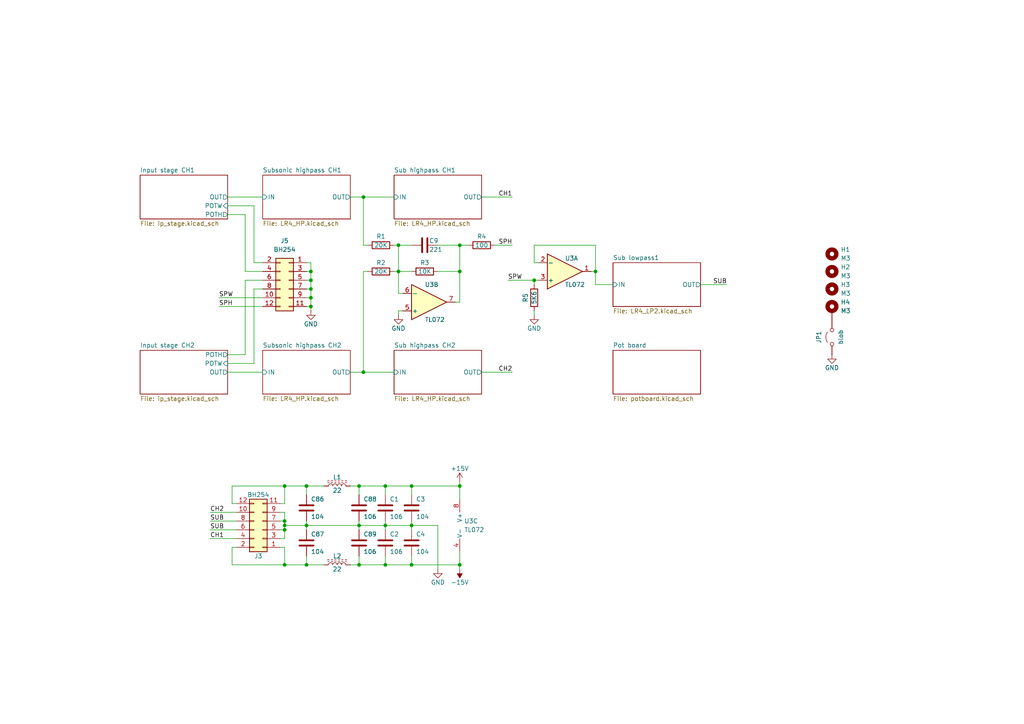
<source format=kicad_sch>
(kicad_sch (version 20231120) (generator "eeschema") (generator_version "8.0")
  (paper "A4")
  (title_block (title "Electronic crossover for 2.1 audio systems") (company "Haos Redro") (comment 1 "Released under CERN OHL 2.0-S") (comment 2 "Copyright Taiyo Rawle 2025") (comment 3 "Haos Redro PN: 0000.011D"))
  (lib_symbols
    (symbol "Amplifier_Operational:TL072" (pin_names (offset 0.127))
      (property "Reference" "U" (at 0 5.08 0))
      (property "Value" "TL072" (at 0 -5.08 0))
      (symbol "TL072_1_1"
        (polyline (pts (xy -5.08 5.08) (xy 5.08 0) (xy -5.08 -5.08) (xy -5.08 5.08)) (stroke (width 0.254)) (fill (type background)))
        (pin output line (at 7.62 0 180) (length 2.54) (name "~") (number "1"))
        (pin input line (at -7.62 -2.54 0) (length 2.54) (name "-") (number "2"))
        (pin input line (at -7.62 2.54 0) (length 2.54) (name "+") (number "3"))
      )
      (symbol "TL072_2_1"
        (polyline (pts (xy -5.08 5.08) (xy 5.08 0) (xy -5.08 -5.08) (xy -5.08 5.08)) (stroke (width 0.254)) (fill (type background)))
        (pin input line (at -7.62 2.54 0) (length 2.54) (name "+") (number "5"))
        (pin input line (at -7.62 -2.54 0) (length 2.54) (name "-") (number "6"))
        (pin output line (at 7.62 0 180) (length 2.54) (name "~") (number "7"))
      )
      (symbol "TL072_3_1"
        (pin power_in line (at -2.54 -7.62 90) (length 3.81) (name "V-") (number "4"))
        (pin power_in line (at -2.54 7.62 270) (length 3.81) (name "V+") (number "8"))
      )
    )
    (symbol "Connector_Generic:Conn_02x06_Odd_Even" (pin_names (offset 1.016) hide)
      (property "Reference" "J" (at 1.27 7.62 0))
      (property "Value" "Conn_02x06_Odd_Even" (at 1.27 -10.16 0))
      (symbol "Conn_02x06_Odd_Even_1_1"
        (rectangle (start -1.27 -7.493) (end 0 -7.747) (stroke (width 0.1524)))
        (rectangle (start -1.27 -4.953) (end 0 -5.207) (stroke (width 0.1524)))
        (rectangle (start -1.27 -2.413) (end 0 -2.667) (stroke (width 0.1524)))
        (rectangle (start -1.27 0.127) (end 0 -0.127) (stroke (width 0.1524)))
        (rectangle (start -1.27 2.667) (end 0 2.413) (stroke (width 0.1524)))
        (rectangle (start -1.27 5.207) (end 0 4.953) (stroke (width 0.1524)))
        (rectangle (start -1.27 6.35) (end 3.81 -8.89) (stroke (width 0.254)) (fill (type background)))
        (rectangle (start 3.81 -7.493) (end 2.54 -7.747) (stroke (width 0.1524)))
        (rectangle (start 3.81 -4.953) (end 2.54 -5.207) (stroke (width 0.1524)))
        (rectangle (start 3.81 -2.413) (end 2.54 -2.667) (stroke (width 0.1524)))
        (rectangle (start 3.81 0.127) (end 2.54 -0.127) (stroke (width 0.1524)))
        (rectangle (start 3.81 2.667) (end 2.54 2.413) (stroke (width 0.1524)))
        (rectangle (start 3.81 5.207) (end 2.54 4.953) (stroke (width 0.1524)))
        (pin passive line (at -5.08 5.08 0) (length 3.81) (name "Pin_1") (number "1"))
        (pin passive line (at 7.62 -5.08 180) (length 3.81) (name "Pin_10") (number "10"))
        (pin passive line (at -5.08 -7.62 0) (length 3.81) (name "Pin_11") (number "11"))
        (pin passive line (at 7.62 -7.62 180) (length 3.81) (name "Pin_12") (number "12"))
        (pin passive line (at 7.62 5.08 180) (length 3.81) (name "Pin_2") (number "2"))
        (pin passive line (at -5.08 2.54 0) (length 3.81) (name "Pin_3") (number "3"))
        (pin passive line (at 7.62 2.54 180) (length 3.81) (name "Pin_4") (number "4"))
        (pin passive line (at -5.08 0 0) (length 3.81) (name "Pin_5") (number "5"))
        (pin passive line (at 7.62 0 180) (length 3.81) (name "Pin_6") (number "6"))
        (pin passive line (at -5.08 -2.54 0) (length 3.81) (name "Pin_7") (number "7"))
        (pin passive line (at 7.62 -2.54 180) (length 3.81) (name "Pin_8") (number "8"))
        (pin passive line (at -5.08 -5.08 0) (length 3.81) (name "Pin_9") (number "9"))
      )
    )
    (symbol "Device:C" (pin_numbers hide) (pin_names (offset 0.254))
      (property "Reference" "C" (at 0.635 2.54 0))
      (property "Value" "C" (at 0.635 -2.54 0))
      (symbol "C_0_1"
        (polyline (pts (xy -2.032 -0.762) (xy 2.032 -0.762)) (stroke (width 0.508)))
        (polyline (pts (xy -2.032 0.762) (xy 2.032 0.762)) (stroke (width 0.508)))
      )
      (symbol "C_1_1"
        (pin passive line (at 0 3.81 270) (length 2.794) (name "~") (number "1"))
        (pin passive line (at 0 -3.81 90) (length 2.794) (name "~") (number "2"))
      )
    )
    (symbol "Device:L_Ferrite" (pin_numbers hide) (pin_names (offset 1.016) hide)
      (property "Reference" "L" (at -1.27 0 90))
      (property "Value" "L_Ferrite" (at 2.794 0 90))
      (symbol "L_Ferrite_0_1"
        (arc (start 0 -2.54) (mid 0.6323 -1.905) (end 0 -1.27))
        (arc (start 0 -1.27) (mid 0.6323 -0.635) (end 0 0))
        (polyline (pts (xy 1.016 -2.794) (xy 1.016 -2.286)))
        (polyline (pts (xy 1.016 -1.778) (xy 1.016 -1.27)))
        (polyline (pts (xy 1.016 -0.762) (xy 1.016 -0.254)))
        (polyline (pts (xy 1.016 0.254) (xy 1.016 0.762)))
        (polyline (pts (xy 1.016 1.27) (xy 1.016 1.778)))
        (polyline (pts (xy 1.016 2.286) (xy 1.016 2.794)))
        (polyline (pts (xy 1.524 -2.286) (xy 1.524 -2.794)))
        (polyline (pts (xy 1.524 -1.27) (xy 1.524 -1.778)))
        (polyline (pts (xy 1.524 -0.254) (xy 1.524 -0.762)))
        (polyline (pts (xy 1.524 0.762) (xy 1.524 0.254)))
        (polyline (pts (xy 1.524 1.778) (xy 1.524 1.27)))
        (polyline (pts (xy 1.524 2.794) (xy 1.524 2.286)))
        (arc (start 0 0) (mid 0.6323 0.635) (end 0 1.27))
        (arc (start 0 1.27) (mid 0.6323 1.905) (end 0 2.54))
      )
      (symbol "L_Ferrite_1_1"
        (pin passive line (at 0 3.81 270) (length 1.27) (name "1") (number "1"))
        (pin passive line (at 0 -3.81 90) (length 1.27) (name "2") (number "2"))
      )
    )
    (symbol "Device:R" (pin_numbers hide) (pin_names (offset 0))
      (property "Reference" "R" (at 2.032 0 90))
      (property "Value" "R" (at 0 0 90))
      (symbol "R_0_1"
        (rectangle (start -1.016 -2.54) (end 1.016 2.54) (stroke (width 0.254)))
      )
      (symbol "R_1_1"
        (pin passive line (at 0 3.81 270) (length 1.27) (name "~") (number "1"))
        (pin passive line (at 0 -3.81 90) (length 1.27) (name "~") (number "2"))
      )
    )
    (symbol "Jumper:Jumper_2_Open" (pin_numbers hide) (pin_names (offset 0) hide) (exclude_from_sim yes)
      (property "Reference" "JP" (at 0 2.794 0))
      (property "Value" "Jumper_2_Open" (at 0 -2.286 0))
      (symbol "Jumper_2_Open_0_0"
        (circle (center -2.032 0) (radius 0.508))
        (circle (center 2.032 0) (radius 0.508))
      )
      (symbol "Jumper_2_Open_0_1"
        (arc (start 1.524 1.27) (mid 0 1.778) (end -1.524 1.27))
      )
      (symbol "Jumper_2_Open_1_1"
        (pin passive line (at -5.08 0 0) (length 2.54) (name "A") (number "1"))
        (pin passive line (at 5.08 0 180) (length 2.54) (name "B") (number "2"))
      )
    )
    (symbol "Mechanical:MountingHole" (pin_names (offset 1.016)) (exclude_from_sim yes) (in_bom no)
      (property "Reference" "H" (at 0 5.08 0))
      (property "Value" "MountingHole" (at 0 3.175 0))
      (symbol "MountingHole_0_1"
        (circle (center 0 0) (radius 1.27) (stroke (width 1.27)))
      )
    )
    (symbol "Mechanical:MountingHole_Pad" (pin_numbers hide) (pin_names (offset 1.016) hide) (exclude_from_sim yes) (in_bom no)
      (property "Reference" "H" (at 0 6.35 0))
      (property "Value" "MountingHole_Pad" (at 0 4.445 0))
      (symbol "MountingHole_Pad_0_1"
        (circle (center 0 1.27) (radius 1.27) (stroke (width 1.27)))
      )
      (symbol "MountingHole_Pad_1_1"
        (pin input line (at 0 -2.54 90) (length 2.54) (name "1") (number "1"))
      )
    )
    (symbol "power:+15V" (power) (pin_numbers hide) (pin_names (offset 0) hide)
      (property "Value" "+15V" (at 0 3.556 0))
      (symbol "+15V_0_1"
        (polyline (pts (xy -0.762 1.27) (xy 0 2.54)))
        (polyline (pts (xy 0 0) (xy 0 2.54)))
        (polyline (pts (xy 0 2.54) (xy 0.762 1.27)))
      )
      (symbol "+15V_1_1"
        (pin power_in line (at 0 0 90) (length 0) (name "~") (number "1"))
      )
    )
    (symbol "power:-15V" (power) (pin_numbers hide) (pin_names (offset 0) hide)
      (property "Value" "-15V" (at 0 3.556 0))
      (symbol "-15V_0_0"
        (pin power_in line (at 0 0 90) (length 0) (name "~") (number "1"))
      )
      (symbol "-15V_0_1"
        (polyline (pts (xy 0 0) (xy 0 1.27) (xy 0.762 1.27) (xy 0 2.54) (xy -0.762 1.27) (xy 0 1.27)) (fill (type outline)))
      )
    )
    (symbol "power:GND" (power) (pin_numbers hide) (pin_names (offset 0) hide)
      (property "Value" "GND" (at 0 -3.81 0))
      (symbol "GND_0_1"
        (polyline (pts (xy 0 0) (xy 0 -1.27) (xy 1.27 -1.27) (xy 0 -2.54) (xy -1.27 -1.27) (xy 0 -1.27)))
      )
      (symbol "GND_1_1"
        (pin power_in line (at 0 0 270) (length 0) (name "~") (number "1"))
      )
    )
  )
  (junction (at 90.17 83.82))
  (junction (at 105.41 57.15))
  (junction (at 90.17 78.74))
  (junction (at 88.9 152.4))
  (junction (at 104.14 140.97))
  (junction (at 104.14 152.4))
  (junction (at 154.94 81.28))
  (junction (at 133.35 71.12))
  (junction (at 90.17 86.36))
  (junction (at 111.76 163.83))
  (junction (at 88.9 163.83))
  (junction (at 82.55 152.4))
  (junction (at 90.17 88.9))
  (junction (at 119.38 152.4))
  (junction (at 119.38 140.97))
  (junction (at 119.38 163.83))
  (junction (at 88.9 140.97))
  (junction (at 104.14 163.83))
  (junction (at 133.35 78.74))
  (junction (at 172.72 78.74))
  (junction (at 111.76 152.4))
  (junction (at 133.35 140.97))
  (junction (at 111.76 140.97))
  (junction (at 105.41 107.95))
  (junction (at 115.57 71.12))
  (junction (at 82.55 153.67))
  (junction (at 90.17 81.28))
  (junction (at 82.55 140.97))
  (junction (at 133.35 163.83))
  (junction (at 115.57 78.74))
  (junction (at 82.55 163.83))
  (junction (at 82.55 151.13))
  (wire (pts (xy 104.14 163.83) (xy 111.76 163.83)))
  (wire (pts (xy 81.28 153.67) (xy 82.55 153.67)))
  (wire (pts (xy 106.68 78.74) (xy 105.41 78.74)))
  (wire (pts (xy 156.21 76.2) (xy 154.94 76.2)))
  (wire (pts (xy 105.41 78.74) (xy 105.41 107.95)))
  (wire (pts (xy 115.57 90.17) (xy 115.57 91.44)))
  (wire (pts (xy 172.72 71.12) (xy 172.72 78.74)))
  (wire (pts (xy 88.9 83.82) (xy 90.17 83.82)))
  (wire (pts (xy 82.55 148.59) (xy 82.55 151.13)))
  (wire (pts (xy 81.28 151.13) (xy 82.55 151.13)))
  (wire (pts (xy 60.96 148.59) (xy 68.58 148.59)))
  (wire (pts (xy 88.9 86.36) (xy 90.17 86.36)))
  (wire (pts (xy 133.35 71.12) (xy 135.89 71.12)))
  (wire (pts (xy 133.35 139.7) (xy 133.35 140.97)))
  (wire (pts (xy 139.7 107.95) (xy 148.59 107.95)))
  (wire (pts (xy 101.6 107.95) (xy 105.41 107.95)))
  (wire (pts (xy 71.12 81.28) (xy 71.12 102.87)))
  (wire (pts (xy 133.35 78.74) (xy 133.35 71.12)))
  (wire (pts (xy 101.6 57.15) (xy 105.41 57.15)))
  (wire (pts (xy 104.14 140.97) (xy 111.76 140.97)))
  (wire (pts (xy 82.55 156.21) (xy 81.28 156.21)))
  (wire (pts (xy 111.76 161.29) (xy 111.76 163.83)))
  (wire (pts (xy 106.68 71.12) (xy 105.41 71.12)))
  (wire (pts (xy 119.38 161.29) (xy 119.38 163.83)))
  (wire (pts (xy 115.57 78.74) (xy 119.38 78.74)))
  (wire (pts (xy 88.9 152.4) (xy 88.9 153.67)))
  (wire (pts (xy 68.58 146.05) (xy 67.31 146.05)))
  (wire (pts (xy 116.84 90.17) (xy 115.57 90.17)))
  (wire (pts (xy 67.31 163.83) (xy 82.55 163.83)))
  (wire (pts (xy 82.55 151.13) (xy 82.55 152.4)))
  (wire (pts (xy 82.55 152.4) (xy 82.55 153.67)))
  (wire (pts (xy 154.94 76.2) (xy 154.94 71.12)))
  (wire (pts (xy 104.14 140.97) (xy 104.14 143.51)))
  (wire (pts (xy 63.5 88.9) (xy 76.2 88.9)))
  (wire (pts (xy 66.04 105.41) (xy 73.66 105.41)))
  (wire (pts (xy 88.9 140.97) (xy 88.9 143.51)))
  (wire (pts (xy 119.38 152.4) (xy 127 152.4)))
  (wire (pts (xy 133.35 71.12) (xy 127 71.12)))
  (wire (pts (xy 177.8 82.55) (xy 172.72 82.55)))
  (wire (pts (xy 154.94 90.17) (xy 154.94 91.44)))
  (wire (pts (xy 66.04 102.87) (xy 71.12 102.87)))
  (wire (pts (xy 114.3 71.12) (xy 115.57 71.12)))
  (wire (pts (xy 104.14 161.29) (xy 104.14 163.83)))
  (wire (pts (xy 115.57 85.09) (xy 116.84 85.09)))
  (wire (pts (xy 90.17 88.9) (xy 90.17 90.17)))
  (wire (pts (xy 82.55 140.97) (xy 88.9 140.97)))
  (wire (pts (xy 172.72 82.55) (xy 172.72 78.74)))
  (wire (pts (xy 119.38 140.97) (xy 119.38 143.51)))
  (wire (pts (xy 82.55 153.67) (xy 82.55 156.21)))
  (wire (pts (xy 63.5 86.36) (xy 76.2 86.36)))
  (wire (pts (xy 133.35 87.63) (xy 133.35 78.74)))
  (wire (pts (xy 104.14 152.4) (xy 104.14 153.67)))
  (wire (pts (xy 66.04 57.15) (xy 76.2 57.15)))
  (wire (pts (xy 88.9 76.2) (xy 90.17 76.2)))
  (wire (pts (xy 148.59 71.12) (xy 143.51 71.12)))
  (wire (pts (xy 73.66 76.2) (xy 76.2 76.2)))
  (wire (pts (xy 66.04 107.95) (xy 76.2 107.95)))
  (wire (pts (xy 104.14 151.13) (xy 104.14 152.4)))
  (wire (pts (xy 88.9 78.74) (xy 90.17 78.74)))
  (wire (pts (xy 115.57 78.74) (xy 115.57 85.09)))
  (wire (pts (xy 133.35 163.83) (xy 133.35 165.1)))
  (wire (pts (xy 172.72 78.74) (xy 171.45 78.74)))
  (wire (pts (xy 104.14 152.4) (xy 111.76 152.4)))
  (wire (pts (xy 132.08 87.63) (xy 133.35 87.63)))
  (wire (pts (xy 90.17 83.82) (xy 90.17 81.28)))
  (wire (pts (xy 67.31 158.75) (xy 67.31 163.83)))
  (wire (pts (xy 111.76 152.4) (xy 111.76 153.67)))
  (wire (pts (xy 90.17 88.9) (xy 90.17 86.36)))
  (wire (pts (xy 111.76 163.83) (xy 119.38 163.83)))
  (wire (pts (xy 105.41 107.95) (xy 114.3 107.95)))
  (wire (pts (xy 82.55 152.4) (xy 88.9 152.4)))
  (wire (pts (xy 139.7 57.15) (xy 148.59 57.15)))
  (wire (pts (xy 101.6 140.97) (xy 104.14 140.97)))
  (wire (pts (xy 147.32 81.28) (xy 154.94 81.28)))
  (wire (pts (xy 60.96 153.67) (xy 68.58 153.67)))
  (wire (pts (xy 82.55 163.83) (xy 88.9 163.83)))
  (wire (pts (xy 66.04 59.69) (xy 73.66 59.69)))
  (wire (pts (xy 115.57 71.12) (xy 119.38 71.12)))
  (wire (pts (xy 154.94 81.28) (xy 154.94 82.55)))
  (wire (pts (xy 133.35 160.02) (xy 133.35 163.83)))
  (wire (pts (xy 111.76 140.97) (xy 111.76 143.51)))
  (wire (pts (xy 60.96 156.21) (xy 68.58 156.21)))
  (wire (pts (xy 119.38 152.4) (xy 119.38 153.67)))
  (wire (pts (xy 154.94 71.12) (xy 172.72 71.12)))
  (wire (pts (xy 66.04 62.23) (xy 71.12 62.23)))
  (wire (pts (xy 127 78.74) (xy 133.35 78.74)))
  (wire (pts (xy 73.66 59.69) (xy 73.66 76.2)))
  (wire (pts (xy 67.31 140.97) (xy 82.55 140.97)))
  (wire (pts (xy 88.9 161.29) (xy 88.9 163.83)))
  (wire (pts (xy 76.2 81.28) (xy 71.12 81.28)))
  (wire (pts (xy 127 152.4) (xy 127 165.1)))
  (wire (pts (xy 101.6 163.83) (xy 104.14 163.83)))
  (wire (pts (xy 114.3 78.74) (xy 115.57 78.74)))
  (wire (pts (xy 119.38 163.83) (xy 133.35 163.83)))
  (wire (pts (xy 88.9 140.97) (xy 93.98 140.97)))
  (wire (pts (xy 90.17 78.74) (xy 90.17 76.2)))
  (wire (pts (xy 90.17 86.36) (xy 90.17 83.82)))
  (wire (pts (xy 88.9 152.4) (xy 104.14 152.4)))
  (wire (pts (xy 119.38 151.13) (xy 119.38 152.4)))
  (wire (pts (xy 88.9 151.13) (xy 88.9 152.4)))
  (wire (pts (xy 105.41 57.15) (xy 114.3 57.15)))
  (wire (pts (xy 88.9 163.83) (xy 93.98 163.83)))
  (wire (pts (xy 203.2 82.55) (xy 210.82 82.55)))
  (wire (pts (xy 68.58 158.75) (xy 67.31 158.75)))
  (wire (pts (xy 90.17 81.28) (xy 90.17 78.74)))
  (wire (pts (xy 88.9 88.9) (xy 90.17 88.9)))
  (wire (pts (xy 111.76 140.97) (xy 119.38 140.97)))
  (wire (pts (xy 71.12 78.74) (xy 76.2 78.74)))
  (wire (pts (xy 82.55 146.05) (xy 81.28 146.05)))
  (wire (pts (xy 119.38 140.97) (xy 133.35 140.97)))
  (wire (pts (xy 154.94 81.28) (xy 156.21 81.28)))
  (wire (pts (xy 88.9 81.28) (xy 90.17 81.28)))
  (wire (pts (xy 67.31 146.05) (xy 67.31 140.97)))
  (wire (pts (xy 115.57 71.12) (xy 115.57 78.74)))
  (wire (pts (xy 111.76 152.4) (xy 111.76 151.13)))
  (wire (pts (xy 82.55 140.97) (xy 82.55 146.05)))
  (wire (pts (xy 76.2 83.82) (xy 73.66 83.82)))
  (wire (pts (xy 111.76 152.4) (xy 119.38 152.4)))
  (wire (pts (xy 71.12 62.23) (xy 71.12 78.74)))
  (wire (pts (xy 60.96 151.13) (xy 68.58 151.13)))
  (wire (pts (xy 82.55 163.83) (xy 82.55 158.75)))
  (wire (pts (xy 105.41 57.15) (xy 105.41 71.12)))
  (wire (pts (xy 82.55 158.75) (xy 81.28 158.75)))
  (wire (pts (xy 133.35 140.97) (xy 133.35 144.78)))
  (wire (pts (xy 73.66 83.82) (xy 73.66 105.41)))
  (wire (pts (xy 81.28 148.59) (xy 82.55 148.59)))
  (label "CH2" (at 148.59 107.95 180))
  (label "SPH" (at 148.59 71.12 180))
  (label "CH2" (at 60.96 148.59 0))
  (label "SUB" (at 60.96 153.67 0))
  (label "SPH" (at 63.5 88.9 0))
  (label "SUB" (at 60.96 151.13 0))
  (label "CH1" (at 60.96 156.21 0))
  (label "CH1" (at 148.59 57.15 180))
  (label "SPW" (at 63.5 86.36 0))
  (label "SUB" (at 210.82 82.55 180))
  (label "SPW" (at 147.32 81.28 0))
  (symbol (lib_id "Device:L_Ferrite") (at 97.79 140.97 90) (unit 1)
    (property "Reference" "L1" (at 97.79 138.43 90))
    (property "Value" "22" (at 97.79 142.24 90))
    (property "Footprint" "Inductor_SMD:L_1210_3225Metric" (effects (hide yes)))
    (property "Description" "Inductor with ferrite core" (effects (hide yes)))
  )
  (symbol (lib_id "Jumper:Jumper_2_Open") (at 241.3 97.79 90) (unit 1) (exclude_from_sim yes)
    (property "Reference" "JP1" (at 237.49 97.79 0))
    (property "Value" "blob" (at 243.84 97.79 0))
    (property "Footprint" "Jumper:SolderJumper-2_P1.3mm_Open_RoundedPad1.0x1.5mm" (effects (hide yes)))
    (property "Description" "Jumper, 2-pole, open" (effects (hide yes)))
  )
  (symbol (lib_id "Device:C") (at 123.19 71.12 90) (unit 1)
    (property "Reference" "C9" (at 124.46 69.85 90) (effects (justify right)))
    (property "Value" "221" (at 124.46 72.39 90) (effects (justify right)))
    (property "Footprint" "Capacitor_SMD:C_0805_2012Metric" (effects (hide yes)))
    (property "Description" "Unpolarized capacitor" (effects (hide yes)))
  )
  (symbol (lib_id "Device:C") (at 104.14 147.32 0) (unit 1)
    (property "Reference" "C88" (at 105.41 144.78 0) (effects (justify left)))
    (property "Value" "106" (at 105.41 149.86 0) (effects (justify left)))
    (property "Footprint" "Capacitor_SMD:C_1210_3225Metric" (effects (hide yes)))
    (property "Description" "Unpolarized capacitor" (effects (hide yes)))
  )
  (symbol (lib_id "Device:L_Ferrite") (at 97.79 163.83 90) (unit 1)
    (property "Reference" "L2" (at 97.79 161.29 90))
    (property "Value" "22" (at 97.79 165.1 90))
    (property "Footprint" "Inductor_SMD:L_1210_3225Metric" (effects (hide yes)))
    (property "Description" "Inductor with ferrite core" (effects (hide yes)))
  )
  (symbol (lib_id "Mechanical:MountingHole") (at 241.3 83.82 0) (unit 1) (exclude_from_sim yes) (in_bom no)
    (property "Reference" "H3" (at 243.84 82.5499 0) (effects (justify left)))
    (property "Value" "M3" (at 243.84 85.0899 0) (effects (justify left)))
    (property "Footprint" "MountingHole:MountingHole_3.2mm_M3" (effects (hide yes)))
    (property "Description" "Mounting Hole without connection" (effects (hide yes)))
  )
  (symbol (lib_id "Connector_Generic:Conn_02x06_Odd_Even") (at 76.2 153.67 180) (unit 1)
    (property "Reference" "J3" (at 74.93 161.29 0))
    (property "Value" "BH254" (at 74.93 143.51 0))
    (property "Footprint" "Connector_IDC:IDC-Header_2x06_P2.54mm_Vertical" (effects (hide yes)))
    (property "Description" "Generic connector, double row, 02x06, odd/even pin numbering scheme (row 1 odd numbers, row 2 even numbers), script generated (kicad-library-utils/schlib/autogen/connector/)" (effects (hide yes)))
  )
  (symbol (lib_id "Device:C") (at 111.76 157.48 0) (unit 1)
    (property "Reference" "C2" (at 113.03 154.94 0) (effects (justify left)))
    (property "Value" "106" (at 113.03 160.02 0) (effects (justify left)))
    (property "Footprint" "Capacitor_SMD:C_1210_3225Metric" (effects (hide yes)))
    (property "Description" "Unpolarized capacitor" (effects (hide yes)))
  )
  (symbol (lib_id "power:GND") (at 115.57 91.44 0) (unit 1)
    (property "Reference" "#PWR01" (effects (hide yes)))
    (property "Value" "GND" (at 115.57 95.25 0))
    (property "Description" "Power symbol creates a global label with name \"GND\" , ground" (effects (hide yes)))
  )
  (symbol (lib_id "Device:C") (at 119.38 157.48 0) (unit 1)
    (property "Reference" "C4" (at 120.65 154.94 0) (effects (justify left)))
    (property "Value" "104" (at 120.65 160.02 0) (effects (justify left)))
    (property "Footprint" "Capacitor_SMD:C_0805_2012Metric" (effects (hide yes)))
    (property "Description" "Unpolarized capacitor" (effects (hide yes)))
  )
  (symbol (lib_id "Device:C") (at 104.14 157.48 0) (unit 1)
    (property "Reference" "C89" (at 105.41 154.94 0) (effects (justify left)))
    (property "Value" "106" (at 105.41 160.02 0) (effects (justify left)))
    (property "Footprint" "Capacitor_SMD:C_1210_3225Metric" (effects (hide yes)))
    (property "Description" "Unpolarized capacitor" (effects (hide yes)))
  )
  (symbol (lib_id "Device:C") (at 119.38 147.32 0) (unit 1)
    (property "Reference" "C3" (at 120.65 144.78 0) (effects (justify left)))
    (property "Value" "104" (at 120.65 149.86 0) (effects (justify left)))
    (property "Footprint" "Capacitor_SMD:C_0805_2012Metric" (effects (hide yes)))
    (property "Description" "Unpolarized capacitor" (effects (hide yes)))
  )
  (symbol (lib_id "power:+15V") (at 133.35 139.7 0) (unit 1)
    (property "Reference" "#PWR03" (effects (hide yes)))
    (property "Value" "+15V" (at 133.35 135.89 0))
    (property "Description" "Power symbol creates a global label with name \"+15V\"" (effects (hide yes)))
  )
  (symbol (lib_id "Device:R") (at 123.19 78.74 90) (unit 1)
    (property "Reference" "R3" (at 123.19 76.2 90))
    (property "Value" "10K" (at 123.19 78.74 90))
    (property "Footprint" "Resistor_SMD:R_0805_2012Metric" (effects (hide yes)))
    (property "Description" "Resistor" (effects (hide yes)))
  )
  (symbol (lib_id "Amplifier_Operational:TL072") (at 135.89 152.4 0) (unit 3)
    (property "Reference" "U3" (at 134.62 151.1299 0) (effects (justify left)))
    (property "Value" "TL072" (at 134.62 153.6699 0) (effects (justify left)))
    (property "Footprint" "Package_SO:SOIC-8_3.9x4.9mm_P1.27mm" (effects (hide yes)))
    (property "Datasheet" "http://www.ti.com/lit/ds/symlink/tl071.pdf" (effects (hide yes)))
    (property "Description" "Dual Low-Noise JFET-Input Operational Amplifiers, DIP-8/SOIC-8" (effects (hide yes)))
  )
  (symbol (lib_id "Mechanical:MountingHole") (at 241.3 73.66 0) (unit 1) (exclude_from_sim yes) (in_bom no)
    (property "Reference" "H1" (at 243.84 72.3899 0) (effects (justify left)))
    (property "Value" "M3" (at 243.84 74.9299 0) (effects (justify left)))
    (property "Footprint" "MountingHole:MountingHole_3.2mm_M3" (effects (hide yes)))
    (property "Description" "Mounting Hole without connection" (effects (hide yes)))
  )
  (symbol (lib_id "Amplifier_Operational:TL072") (at 163.83 78.74 0) (mirror x) (unit 1)
    (property "Reference" "U3" (at 163.83 74.93 0) (effects (justify left)))
    (property "Value" "TL072" (at 163.83 82.55 0) (effects (justify left)))
    (property "Footprint" "Package_SO:SOIC-8_3.9x4.9mm_P1.27mm" (effects (hide yes)))
    (property "Datasheet" "http://www.ti.com/lit/ds/symlink/tl071.pdf" (effects (hide yes)))
    (property "Description" "Dual Low-Noise JFET-Input Operational Amplifiers, DIP-8/SOIC-8" (effects (hide yes)))
  )
  (symbol (lib_id "Device:C") (at 88.9 157.48 0) (unit 1)
    (property "Reference" "C87" (at 90.17 154.94 0) (effects (justify left)))
    (property "Value" "104" (at 90.17 160.02 0) (effects (justify left)))
    (property "Footprint" "Capacitor_SMD:C_0805_2012Metric" (effects (hide yes)))
    (property "Description" "Unpolarized capacitor" (effects (hide yes)))
  )
  (symbol (lib_id "power:GND") (at 127 165.1 0) (unit 1)
    (property "Reference" "#PWR02" (effects (hide yes)))
    (property "Value" "GND" (at 127 168.91 0))
    (property "Description" "Power symbol creates a global label with name \"GND\" , ground" (effects (hide yes)))
  )
  (symbol (lib_id "Device:R") (at 110.49 71.12 90) (unit 1)
    (property "Reference" "R1" (at 110.49 68.58 90))
    (property "Value" "20K" (at 110.49 71.12 90))
    (property "Footprint" "Resistor_SMD:R_0805_2012Metric" (effects (hide yes)))
    (property "Description" "Resistor" (effects (hide yes)))
  )
  (symbol (lib_id "power:GND") (at 241.3 102.87 0) (unit 1)
    (property "Reference" "#PWR016" (effects (hide yes)))
    (property "Value" "GND" (at 241.3 106.68 0))
    (property "Description" "Power symbol creates a global label with name \"GND\" , ground" (effects (hide yes)))
  )
  (symbol (lib_id "Device:R") (at 139.7 71.12 90) (unit 1)
    (property "Reference" "R4" (at 139.7 68.58 90))
    (property "Value" "100" (at 139.7 71.12 90))
    (property "Footprint" "Resistor_SMD:R_0805_2012Metric" (effects (hide yes)))
    (property "Description" "Resistor" (effects (hide yes)))
  )
  (symbol (lib_id "power:GND") (at 90.17 90.17 0) (unit 1)
    (property "Reference" "#PWR10" (effects (hide yes)))
    (property "Value" "GND" (at 90.17 93.98 0))
    (property "Description" "Power symbol creates a global label with name \"GND\" , ground" (effects (hide yes)))
  )
  (symbol (lib_id "power:-15V") (at 133.35 165.1 0) (mirror x) (unit 1)
    (property "Reference" "#PWR04" (effects (hide yes)))
    (property "Value" "-15V" (at 133.35 168.91 0))
    (property "Description" "Power symbol creates a global label with name \"-15V\"" (effects (hide yes)))
  )
  (symbol (lib_id "Mechanical:MountingHole_Pad") (at 241.3 90.17 0) (unit 1) (exclude_from_sim yes) (in_bom no)
    (property "Reference" "H4" (at 243.84 87.6299 0) (effects (justify left)))
    (property "Value" "M3" (at 243.84 90.1699 0) (effects (justify left)))
    (property "Footprint" "MountingHole:MountingHole_3.2mm_M3_Pad" (effects (hide yes)))
    (property "Description" "Mounting Hole with connection" (effects (hide yes)))
  )
  (symbol (lib_id "power:GND") (at 154.94 91.44 0) (unit 1)
    (property "Reference" "#PWR06" (effects (hide yes)))
    (property "Value" "GND" (at 154.94 95.25 0))
    (property "Description" "Power symbol creates a global label with name \"GND\" , ground" (effects (hide yes)))
  )
  (symbol (lib_id "Connector_Generic:Conn_02x06_Odd_Even") (at 83.82 81.28 0) (mirror y) (unit 1)
    (property "Reference" "J5" (at 82.55 69.85 0))
    (property "Value" "BH254" (at 82.55 72.39 0))
    (property "Footprint" "Connector_IDC:IDC-Header_2x06_P2.54mm_Vertical" (effects (hide yes)))
    (property "Description" "Generic connector, double row, 02x06, odd/even pin numbering scheme (row 1 odd numbers, row 2 even numbers), script generated (kicad-library-utils/schlib/autogen/connector/)" (effects (hide yes)))
  )
  (symbol (lib_id "Device:R") (at 110.49 78.74 90) (unit 1)
    (property "Reference" "R2" (at 110.49 76.2 90))
    (property "Value" "20K" (at 110.49 78.74 90))
    (property "Footprint" "Resistor_SMD:R_0805_2012Metric" (effects (hide yes)))
    (property "Description" "Resistor" (effects (hide yes)))
  )
  (symbol (lib_id "Mechanical:MountingHole") (at 241.3 78.74 0) (unit 1) (exclude_from_sim yes) (in_bom no)
    (property "Reference" "H2" (at 243.84 77.4699 0) (effects (justify left)))
    (property "Value" "M3" (at 243.84 80.0099 0) (effects (justify left)))
    (property "Footprint" "MountingHole:MountingHole_3.2mm_M3" (effects (hide yes)))
    (property "Description" "Mounting Hole without connection" (effects (hide yes)))
  )
  (symbol (lib_id "Device:C") (at 111.76 147.32 0) (unit 1)
    (property "Reference" "C1" (at 113.03 144.78 0) (effects (justify left)))
    (property "Value" "106" (at 113.03 149.86 0) (effects (justify left)))
    (property "Footprint" "Capacitor_SMD:C_1210_3225Metric" (effects (hide yes)))
    (property "Description" "Unpolarized capacitor" (effects (hide yes)))
  )
  (symbol (lib_id "Device:R") (at 154.94 86.36 180) (unit 1)
    (property "Reference" "R5" (at 152.4 86.36 90))
    (property "Value" "5K6" (at 154.94 86.36 90))
    (property "Footprint" "Resistor_SMD:R_0805_2012Metric" (effects (hide yes)))
    (property "Description" "Resistor" (effects (hide yes)))
  )
  (symbol (lib_id "Amplifier_Operational:TL072") (at 124.46 87.63 0) (mirror x) (unit 2)
    (property "Reference" "U3" (at 123.19 82.55 0) (effects (justify left)))
    (property "Value" "TL072" (at 123.19 92.71 0) (effects (justify left)))
    (property "Footprint" "Package_SO:SOIC-8_3.9x4.9mm_P1.27mm" (effects (hide yes)))
    (property "Datasheet" "http://www.ti.com/lit/ds/symlink/tl071.pdf" (effects (hide yes)))
    (property "Description" "Dual Low-Noise JFET-Input Operational Amplifiers, DIP-8/SOIC-8" (effects (hide yes)))
  )
  (symbol (lib_id "Device:C") (at 88.9 147.32 0) (unit 1)
    (property "Reference" "C86" (at 90.17 144.78 0) (effects (justify left)))
    (property "Value" "104" (at 90.17 149.86 0) (effects (justify left)))
    (property "Footprint" "Capacitor_SMD:C_0805_2012Metric" (effects (hide yes)))
    (property "Description" "Unpolarized capacitor" (effects (hide yes)))
  )
  (sheet (at 177.8 101.6) (size 25.4 12.7) (stroke (width 0.1524))
    (property "Sheetname" "Pot board" (at 177.8 100.8884 0) (effects (justify left bottom)))
    (property "Sheetfile" "potboard.kicad_sch" (at 177.8 114.8846 0) (effects (justify left top)))
  )
  (sheet (at 114.3 50.8) (size 25.4 12.7) (stroke (width 0.1524))
    (property "Sheetname" "Sub highpass CH1" (at 114.3 50.0884 0) (effects (justify left bottom)))
    (property "Sheetfile" "LR4_HP.kicad_sch" (at 114.3 64.0846 0) (effects (justify left top)))
    (pin "IN" input (at 114.3 57.15 180))
    (pin "OUT" output (at 139.7 57.15 0))
  )
  (sheet (at 76.2 101.6) (size 25.4 12.7) (stroke (width 0.1524))
    (property "Sheetname" "Subsonic highpass CH2" (at 76.2 100.8884 0) (effects (justify left bottom)))
    (property "Sheetfile" "LR4_HP.kicad_sch" (at 76.2 114.8846 0) (effects (justify left top)))
    (pin "IN" input (at 76.2 107.95 180))
    (pin "OUT" output (at 101.6 107.95 0))
  )
  (sheet (at 40.64 50.8) (size 25.4 12.7) (stroke (width 0.1524))
    (property "Sheetname" "Input stage CH1" (at 40.64 50.0884 0) (effects (justify left bottom)))
    (property "Sheetfile" "ip_stage.kicad_sch" (at 40.64 64.0846 0) (effects (justify left top)))
    (pin "OUT" output (at 66.04 57.15 0))
    (pin "POTH" output (at 66.04 62.23 0))
    (pin "POTW" input (at 66.04 59.69 0))
  )
  (sheet (at 177.8 76.2) (size 25.4 12.7) (stroke (width 0.1524))
    (property "Sheetname" "Sub lowpass1" (at 177.8 75.4884 0) (effects (justify left bottom)))
    (property "Sheetfile" "LR4_LP2.kicad_sch" (at 177.8 89.4846 0) (effects (justify left top)))
    (pin "OUT" output (at 203.2 82.55 0))
    (pin "IN" input (at 177.8 82.55 180))
  )
  (sheet (at 76.2 50.8) (size 25.4 12.7) (stroke (width 0.1524))
    (property "Sheetname" "Subsonic highpass CH1" (at 76.2 50.0884 0) (effects (justify left bottom)))
    (property "Sheetfile" "LR4_HP.kicad_sch" (at 76.2 64.0846 0) (effects (justify left top)))
    (pin "IN" input (at 76.2 57.15 180))
    (pin "OUT" output (at 101.6 57.15 0))
  )
  (sheet (at 114.3 101.6) (size 25.4 12.7) (stroke (width 0.1524))
    (property "Sheetname" "Sub highpass CH2" (at 114.3 100.8884 0) (effects (justify left bottom)))
    (property "Sheetfile" "LR4_HP.kicad_sch" (at 114.3 114.8846 0) (effects (justify left top)))
    (pin "IN" input (at 114.3 107.95 180))
    (pin "OUT" output (at 139.7 107.95 0))
  )
  (sheet (at 40.64 101.6) (size 25.4 12.7) (stroke (width 0.1524))
    (property "Sheetname" "Input stage CH2" (at 40.64 100.8884 0) (effects (justify left bottom)))
    (property "Sheetfile" "ip_stage.kicad_sch" (at 40.64 114.8846 0) (effects (justify left top)))
    (pin "OUT" output (at 66.04 107.95 0))
    (pin "POTH" output (at 66.04 102.87 0))
    (pin "POTW" input (at 66.04 105.41 0))
  )
)
</source>
